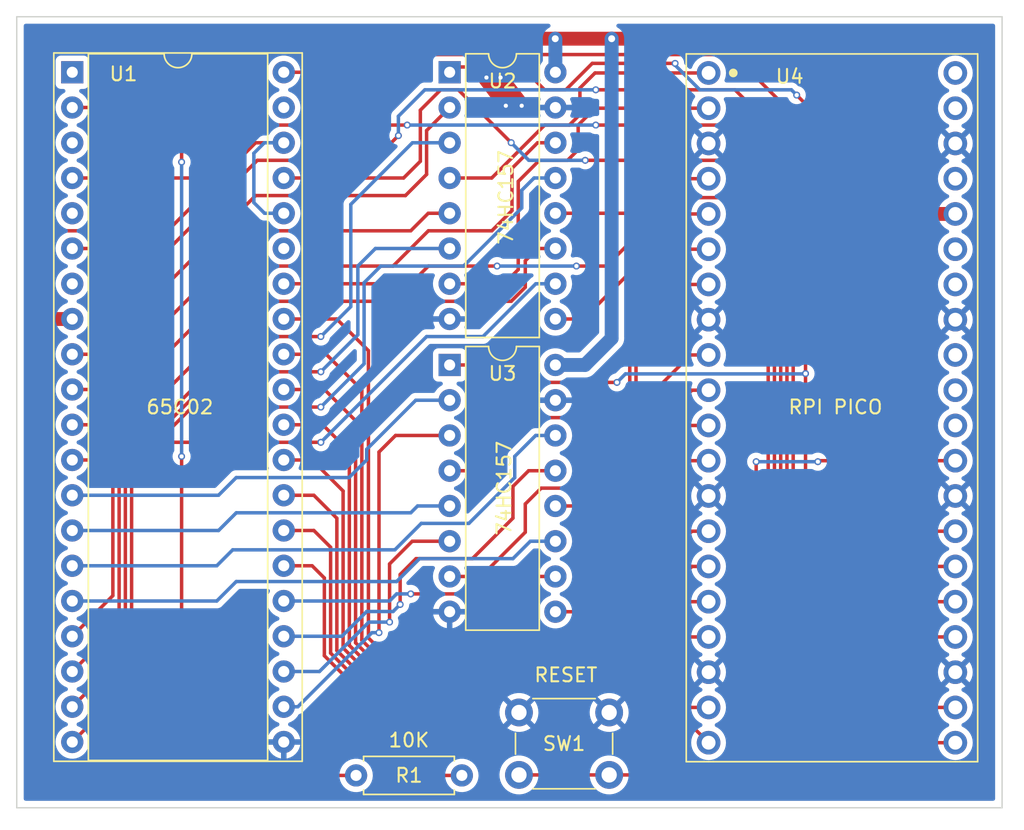
<source format=kicad_pcb>
(kicad_pcb (version 20211014) (generator pcbnew)
  (layers (0 "F.Cu" signal) (31 "B.Cu" signal) (34 "B.Paste" user) (35 "F.Paste" user) (36 "B.SilkS" user "B.Silkscreen") (37 "F.SilkS" user "F.Silkscreen") (38 "B.Mask" user) (39 "F.Mask" user) (44 "Edge.Cuts" user))
  (net 0 "")
  (net 1 "Net-(R1-Pad1)")
  (net 2 "+3V3")
  (net 3 "GND")
  (net 6 "/~{IRQ}")
  (net 8 "/~{NMI}")
  (net 10 "Net-(U1-Pad9)")
  (net 11 "Net-(U1-Pad10)")
  (net 12 "Net-(U1-Pad13)")
  (net 13 "Net-(U1-Pad14)")
  (net 14 "Net-(U1-Pad17)")
  (net 15 "Net-(U1-Pad18)")
  (net 16 "Net-(U1-Pad22)")
  (net 17 "Net-(U1-Pad23)")
  (net 18 "Net-(U1-Pad24)")
  (net 19 "Net-(U1-Pad26)")
  (net 20 "Net-(U1-Pad27)")
  (net 21 "Net-(U1-Pad28)")
  (net 22 "Net-(U1-Pad29)")
  (net 23 "Net-(U1-Pad30)")
  (net 24 "Net-(U1-Pad31)")
  (net 25 "Net-(U1-Pad32)")
  (net 26 "Net-(U1-Pad33)")
  (net 27 "/R{slash}W")
  (net 29 "/CLK")
  (net 31 "/~{RST}")
  (net 32 "Net-(U2-Pad4)")
  (net 33 "Net-(U2-Pad7)")
  (net 34 "Net-(U2-Pad9)")
  (net 35 "Net-(U2-Pad12)")
  (net 36 "Net-(U3-Pad4)")
  (net 37 "Net-(U3-Pad7)")
  (net 38 "Net-(U3-Pad9)")
  (net 39 "Net-(U3-Pad12)")
  (net 48 "Net-(U2-Pad14)")
  (net 49 "Net-(U2-Pad11)")
  (net 50 "Net-(U3-Pad14)")
  (net 51 "Net-(U3-Pad11)")
  (net 52 "Net-(U2-Pad13)")
  (net 53 "Net-(U2-Pad10)")
  (net 54 "Net-(U3-Pad10)")
  (net 55 "Net-(U4-Pad29)")
  (net 56 "/AS")
  (footprint "Resistor_THT:R_Axial_DIN0207_L6.3mm_D2.5mm_P7.62mm_Horizontal" (layer "F.Cu") (at 52.324 91.567)
    (fp_text reference "R1" (at 3.81 0) (layer "F.SilkS"))
    (fp_text value "10k")
    (pad "1" thru_hole circle (at 0 0) (size 1.6 1.6) (drill 0.8) (layers *.Cu *.Mask) (net 1 "Net-(R1-Pad1)"))
    (pad "2" thru_hole oval (at 7.62 0) (size 1.6 1.6) (drill 0.8) (layers *.Cu *.Mask) (net 2 "+3V3"))
  )
  (footprint "Package_DIP:DIP-16_W7.62mm" (layer "F.Cu") (at 59.065 61.991)
    (fp_text reference "U3" (at 3.81 0.62) (layer "F.SilkS"))
    (fp_text value "74LS157")
    (pad "1" thru_hole rect locked (at 0 0) (size 1.6 1.6) (drill 0.8) (layers *.Cu *.Mask) (net 56 "/AS"))
    (pad "2" thru_hole oval locked (at 0 2.54) (size 1.6 1.6) (drill 0.8) (layers *.Cu *.Mask) (net 12 "Net-(U1-Pad13)"))
    (pad "3" thru_hole oval locked (at 0 5.08) (size 1.6 1.6) (drill 0.8) (layers *.Cu *.Mask) (net 16 "Net-(U1-Pad22)"))
    (pad "4" thru_hole oval locked (at 0 7.62) (size 1.6 1.6) (drill 0.8) (layers *.Cu *.Mask) (net 36 "Net-(U3-Pad4)"))
    (pad "5" thru_hole oval locked (at 0 10.16) (size 1.6 1.6) (drill 0.8) (layers *.Cu *.Mask) (net 13 "Net-(U1-Pad14)"))
    (pad "6" thru_hole oval locked (at 0 12.7) (size 1.6 1.6) (drill 0.8) (layers *.Cu *.Mask) (net 17 "Net-(U1-Pad23)"))
    (pad "7" thru_hole oval locked (at 0 15.24) (size 1.6 1.6) (drill 0.8) (layers *.Cu *.Mask) (net 37 "Net-(U3-Pad7)"))
    (pad "8" thru_hole oval locked (at 0 17.78) (size 1.6 1.6) (drill 0.8) (layers *.Cu *.Mask) (net 3 "GND"))
    (pad "9" thru_hole oval locked (at 7.62 17.78) (size 1.6 1.6) (drill 0.8) (layers *.Cu *.Mask) (net 38 "Net-(U3-Pad9)"))
    (pad "10" thru_hole oval locked (at 7.62 15.24) (size 1.6 1.6) (drill 0.8) (layers *.Cu *.Mask) (net 54 "Net-(U3-Pad10)"))
    (pad "11" thru_hole oval locked (at 7.62 12.7) (size 1.6 1.6) (drill 0.8) (layers *.Cu *.Mask) (net 51 "Net-(U3-Pad11)"))
    (pad "12" thru_hole oval locked (at 7.62 10.16) (size 1.6 1.6) (drill 0.8) (layers *.Cu *.Mask) (net 39 "Net-(U3-Pad12)"))
    (pad "13" thru_hole oval locked (at 7.62 7.62) (size 1.6 1.6) (drill 0.8) (layers *.Cu *.Mask) (net 18 "Net-(U1-Pad24)"))
    (pad "14" thru_hole oval locked (at 7.62 5.08) (size 1.6 1.6) (drill 0.8) (layers *.Cu *.Mask) (net 50 "Net-(U3-Pad14)"))
    (pad "15" thru_hole oval locked (at 7.62 2.54) (size 1.6 1.6) (drill 0.8) (layers *.Cu *.Mask) (net 3 "GND"))
    (pad "16" thru_hole oval locked (at 7.62 0) (size 1.6 1.6) (drill 0.8) (layers *.Cu *.Mask) (net 2 "+3V3"))
  )
  (footprint "Package_DIP:DIP-40_W15.24mm_Socket" (layer "F.Cu") (at 31.872 40.899)
    (fp_text reference "U1" (at 3.688 0.122) (layer "F.SilkS"))
    (fp_text value "65C02")
    (pad "1" thru_hole rect locked (at 0 0) (size 1.6 1.6) (drill 0.8) (layers *.Cu *.Mask))
    (pad "2" thru_hole oval locked (at 0 2.54) (size 1.6 1.6) (drill 0.8) (layers *.Cu *.Mask) (net 1 "Net-(R1-Pad1)"))
    (pad "3" thru_hole oval locked (at 0 5.08) (size 1.6 1.6) (drill 0.8) (layers *.Cu *.Mask))
    (pad "4" thru_hole oval locked (at 0 7.62) (size 1.6 1.6) (drill 0.8) (layers *.Cu *.Mask) (net 6 "/~{IRQ}"))
    (pad "5" thru_hole oval locked (at 0 10.16) (size 1.6 1.6) (drill 0.8) (layers *.Cu *.Mask))
    (pad "6" thru_hole oval locked (at 0 12.7) (size 1.6 1.6) (drill 0.8) (layers *.Cu *.Mask) (net 8 "/~{NMI}"))
    (pad "7" thru_hole oval locked (at 0 15.24) (size 1.6 1.6) (drill 0.8) (layers *.Cu *.Mask))
    (pad "8" thru_hole oval locked (at 0 17.78) (size 1.6 1.6) (drill 0.8) (layers *.Cu *.Mask) (net 2 "+3V3"))
    (pad "9" thru_hole oval locked (at 0 20.32) (size 1.6 1.6) (drill 0.8) (layers *.Cu *.Mask) (net 10 "Net-(U1-Pad9)"))
    (pad "10" thru_hole oval locked (at 0 22.86) (size 1.6 1.6) (drill 0.8) (layers *.Cu *.Mask) (net 11 "Net-(U1-Pad10)"))
    (pad "11" thru_hole oval locked (at 0 25.4) (size 1.6 1.6) (drill 0.8) (layers *.Cu *.Mask) (net 48 "Net-(U2-Pad14)"))
    (pad "12" thru_hole oval locked (at 0 27.94) (size 1.6 1.6) (drill 0.8) (layers *.Cu *.Mask) (net 49 "Net-(U2-Pad11)"))
    (pad "13" thru_hole oval locked (at 0 30.48) (size 1.6 1.6) (drill 0.8) (layers *.Cu *.Mask) (net 12 "Net-(U1-Pad13)"))
    (pad "14" thru_hole oval locked (at 0 33.02) (size 1.6 1.6) (drill 0.8) (layers *.Cu *.Mask) (net 13 "Net-(U1-Pad14)"))
    (pad "15" thru_hole oval locked (at 0 35.56) (size 1.6 1.6) (drill 0.8) (layers *.Cu *.Mask) (net 50 "Net-(U3-Pad14)"))
    (pad "16" thru_hole oval locked (at 0 38.1) (size 1.6 1.6) (drill 0.8) (layers *.Cu *.Mask) (net 51 "Net-(U3-Pad11)"))
    (pad "17" thru_hole oval locked (at 0 40.64) (size 1.6 1.6) (drill 0.8) (layers *.Cu *.Mask) (net 14 "Net-(U1-Pad17)"))
    (pad "18" thru_hole oval locked (at 0 43.18) (size 1.6 1.6) (drill 0.8) (layers *.Cu *.Mask) (net 15 "Net-(U1-Pad18)"))
    (pad "19" thru_hole oval locked (at 0 45.72) (size 1.6 1.6) (drill 0.8) (layers *.Cu *.Mask) (net 52 "Net-(U2-Pad13)"))
    (pad "20" thru_hole oval locked (at 0 48.26) (size 1.6 1.6) (drill 0.8) (layers *.Cu *.Mask) (net 53 "Net-(U2-Pad10)"))
    (pad "21" thru_hole oval locked (at 15.24 48.26) (size 1.6 1.6) (drill 0.8) (layers *.Cu *.Mask) (net 3 "GND"))
    (pad "22" thru_hole oval locked (at 15.24 45.72) (size 1.6 1.6) (drill 0.8) (layers *.Cu *.Mask) (net 16 "Net-(U1-Pad22)"))
    (pad "23" thru_hole oval locked (at 15.24 43.18) (size 1.6 1.6) (drill 0.8) (layers *.Cu *.Mask) (net 17 "Net-(U1-Pad23)"))
    (pad "24" thru_hole oval locked (at 15.24 40.64) (size 1.6 1.6) (drill 0.8) (layers *.Cu *.Mask) (net 18 "Net-(U1-Pad24)"))
    (pad "25" thru_hole oval locked (at 15.24 38.1) (size 1.6 1.6) (drill 0.8) (layers *.Cu *.Mask) (net 54 "Net-(U3-Pad10)"))
    (pad "26" thru_hole oval locked (at 15.24 35.56) (size 1.6 1.6) (drill 0.8) (layers *.Cu *.Mask) (net 19 "Net-(U1-Pad26)"))
    (pad "27" thru_hole oval locked (at 15.24 33.02) (size 1.6 1.6) (drill 0.8) (layers *.Cu *.Mask) (net 20 "Net-(U1-Pad27)"))
    (pad "28" thru_hole oval locked (at 15.24 30.48) (size 1.6 1.6) (drill 0.8) (layers *.Cu *.Mask) (net 21 "Net-(U1-Pad28)"))
    (pad "29" thru_hole oval locked (at 15.24 27.94) (size 1.6 1.6) (drill 0.8) (layers *.Cu *.Mask) (net 22 "Net-(U1-Pad29)"))
    (pad "30" thru_hole oval locked (at 15.24 25.4) (size 1.6 1.6) (drill 0.8) (layers *.Cu *.Mask) (net 23 "Net-(U1-Pad30)"))
    (pad "31" thru_hole oval locked (at 15.24 22.86) (size 1.6 1.6) (drill 0.8) (layers *.Cu *.Mask) (net 24 "Net-(U1-Pad31)"))
    (pad "32" thru_hole oval locked (at 15.24 20.32) (size 1.6 1.6) (drill 0.8) (layers *.Cu *.Mask) (net 25 "Net-(U1-Pad32)"))
    (pad "33" thru_hole oval locked (at 15.24 17.78) (size 1.6 1.6) (drill 0.8) (layers *.Cu *.Mask) (net 26 "Net-(U1-Pad33)"))
    (pad "34" thru_hole oval locked (at 15.24 15.24) (size 1.6 1.6) (drill 0.8) (layers *.Cu *.Mask) (net 27 "/R{slash}W"))
    (pad "35" thru_hole oval locked (at 15.24 12.7) (size 1.6 1.6) (drill 0.8) (layers *.Cu *.Mask))
    (pad "36" thru_hole oval locked (at 15.24 10.16) (size 1.6 1.6) (drill 0.8) (layers *.Cu *.Mask) (net 2 "+3V3"))
    (pad "37" thru_hole oval locked (at 15.24 7.62) (size 1.6 1.6) (drill 0.8) (layers *.Cu *.Mask) (net 29 "/CLK"))
    (pad "38" thru_hole oval locked (at 15.24 5.08) (size 1.6 1.6) (drill 0.8) (layers *.Cu *.Mask) (net 2 "+3V3"))
    (pad "39" thru_hole oval locked (at 15.24 2.54) (size 1.6 1.6) (drill 0.8) (layers *.Cu *.Mask))
    (pad "40" thru_hole oval locked (at 15.24 0) (size 1.6 1.6) (drill 0.8) (layers *.Cu *.Mask) (net 31 "/~{RST}"))
  )
  (footprint "Package_DIP:DIP-16_W7.62mm" (layer "F.Cu") (at 59.065 40.899)
    (fp_text reference "U2" (at 3.81 0.635) (layer "F.SilkS"))
    (fp_text value "74LS157")
    (pad "1" thru_hole rect locked (at 0 0) (size 1.6 1.6) (drill 0.8) (layers *.Cu *.Mask) (net 56 "/AS"))
    (pad "2" thru_hole oval locked (at 0 2.54) (size 1.6 1.6) (drill 0.8) (layers *.Cu *.Mask) (net 10 "Net-(U1-Pad9)"))
    (pad "3" thru_hole oval locked (at 0 5.08) (size 1.6 1.6) (drill 0.8) (layers *.Cu *.Mask) (net 14 "Net-(U1-Pad17)"))
    (pad "4" thru_hole oval locked (at 0 7.62) (size 1.6 1.6) (drill 0.8) (layers *.Cu *.Mask) (net 32 "Net-(U2-Pad4)"))
    (pad "5" thru_hole oval locked (at 0 10.16) (size 1.6 1.6) (drill 0.8) (layers *.Cu *.Mask) (net 11 "Net-(U1-Pad10)"))
    (pad "6" thru_hole oval locked (at 0 12.7) (size 1.6 1.6) (drill 0.8) (layers *.Cu *.Mask) (net 15 "Net-(U1-Pad18)"))
    (pad "7" thru_hole oval locked (at 0 15.24) (size 1.6 1.6) (drill 0.8) (layers *.Cu *.Mask) (net 33 "Net-(U2-Pad7)"))
    (pad "8" thru_hole oval locked (at 0 17.78) (size 1.6 1.6) (drill 0.8) (layers *.Cu *.Mask) (net 3 "GND"))
    (pad "9" thru_hole oval locked (at 7.62 17.78) (size 1.6 1.6) (drill 0.8) (layers *.Cu *.Mask) (net 34 "Net-(U2-Pad9)"))
    (pad "10" thru_hole oval locked (at 7.62 15.24) (size 1.6 1.6) (drill 0.8) (layers *.Cu *.Mask) (net 53 "Net-(U2-Pad10)"))
    (pad "11" thru_hole oval locked (at 7.62 12.7) (size 1.6 1.6) (drill 0.8) (layers *.Cu *.Mask) (net 49 "Net-(U2-Pad11)"))
    (pad "12" thru_hole oval locked (at 7.62 10.16) (size 1.6 1.6) (drill 0.8) (layers *.Cu *.Mask) (net 35 "Net-(U2-Pad12)"))
    (pad "13" thru_hole oval locked (at 7.62 7.62) (size 1.6 1.6) (drill 0.8) (layers *.Cu *.Mask) (net 52 "Net-(U2-Pad13)"))
    (pad "14" thru_hole oval locked (at 7.62 5.08) (size 1.6 1.6) (drill 0.8) (layers *.Cu *.Mask) (net 48 "Net-(U2-Pad14)"))
    (pad "15" thru_hole oval locked (at 7.62 2.54) (size 1.6 1.6) (drill 0.8) (layers *.Cu *.Mask) (net 3 "GND"))
    (pad "16" thru_hole oval locked (at 7.62 0) (size 1.6 1.6) (drill 0.8) (layers *.Cu *.Mask) (net 2 "+3V3"))
  )
  (footprint "Button_Switch_THT:SW_PUSH_6mm_H5mm" (layer "F.Cu") (at 64.06 87.031)
    (fp_text reference "SW1" (at 3.25 2.25) (layer "F.SilkS"))
    (fp_text value "SW_Push")
    (pad "1" thru_hole circle (at 6.5 0 90) (size 2 2) (drill 1.1) (layers *.Cu *.Mask) (net 3 "GND"))
    (pad "1" thru_hole circle (at 0 0 90) (size 2 2) (drill 1.1) (layers *.Cu *.Mask) (net 3 "GND"))
    (pad "2" thru_hole circle (at 6.5 4.5 90) (size 2 2) (drill 1.1) (layers *.Cu *.Mask) (net 55 "Net-(U4-Pad29)"))
    (pad "2" thru_hole circle (at 0 4.5 90) (size 2 2) (drill 1.1) (layers *.Cu *.Mask) (net 55 "Net-(U4-Pad29)"))
  )
  (footprint "pi_pico:pi_pico" (layer "F.Cu") (at 77.724 40.949)
    (fp_text reference "U4" (at 5.842 0.254 unlocked) (layer "F.SilkS"))
    (fp_text value "pi_pico")
    (pad "1" thru_hole circle locked (at 0 0) (size 1.7 1.7) (drill 1) (layers *.Cu *.Mask) (net 32 "Net-(U2-Pad4)"))
    (pad "2" thru_hole circle locked (at 0 2.54) (size 1.7 1.7) (drill 1) (layers *.Cu *.Mask) (net 33 "Net-(U2-Pad7)"))
    (pad "3" thru_hole circle locked (at 0 5.08) (size 1.7 1.7) (drill 1) (layers *.Cu *.Mask) (net 3 "GND"))
    (pad "4" thru_hole circle locked (at 0 7.62) (size 1.7 1.7) (drill 1) (layers *.Cu *.Mask) (net 35 "Net-(U2-Pad12)"))
    (pad "5" thru_hole circle locked (at 0 10.16) (size 1.7 1.7) (drill 1) (layers *.Cu *.Mask) (net 34 "Net-(U2-Pad9)"))
    (pad "6" thru_hole circle locked (at 0 12.7) (size 1.7 1.7) (drill 1) (layers *.Cu *.Mask) (net 36 "Net-(U3-Pad4)"))
    (pad "7" thru_hole circle locked (at 0 15.24) (size 1.7 1.7) (drill 1) (layers *.Cu *.Mask) (net 37 "Net-(U3-Pad7)"))
    (pad "8" thru_hole circle locked (at 0 17.78) (size 1.7 1.7) (drill 1) (layers *.Cu *.Mask) (net 3 "GND"))
    (pad "9" thru_hole circle locked (at 0 20.32) (size 1.7 1.7) (drill 1) (layers *.Cu *.Mask) (net 39 "Net-(U3-Pad12)"))
    (pad "10" thru_hole circle locked (at 0 22.86) (size 1.7 1.7) (drill 1) (layers *.Cu *.Mask) (net 38 "Net-(U3-Pad9)"))
    (pad "11" thru_hole circle locked (at 0 25.4) (size 1.7 1.7) (drill 1) (layers *.Cu *.Mask) (net 26 "Net-(U1-Pad33)"))
    (pad "12" thru_hole circle locked (at 0 27.94) (size 1.7 1.7) (drill 1) (layers *.Cu *.Mask) (net 25 "Net-(U1-Pad32)"))
    (pad "13" thru_hole circle locked (at 0 30.48) (size 1.7 1.7) (drill 1) (layers *.Cu *.Mask) (net 3 "GND"))
    (pad "14" thru_hole circle locked (at 0 33.02) (size 1.7 1.7) (drill 1) (layers *.Cu *.Mask) (net 24 "Net-(U1-Pad31)"))
    (pad "15" thru_hole circle locked (at 0 35.56) (size 1.7 1.7) (drill 1) (layers *.Cu *.Mask) (net 23 "Net-(U1-Pad30)"))
    (pad "16" thru_hole circle locked (at 0 38.1) (size 1.7 1.7) (drill 1) (layers *.Cu *.Mask) (net 22 "Net-(U1-Pad29)"))
    (pad "17" thru_hole circle locked (at 0 40.64) (size 1.7 1.7) (drill 1) (layers *.Cu *.Mask) (net 21 "Net-(U1-Pad28)"))
    (pad "18" thru_hole circle locked (at 0 43.18) (size 1.7 1.7) (drill 1) (layers *.Cu *.Mask) (net 3 "GND"))
    (pad "19" thru_hole circle locked (at 0 45.72) (size 1.7 1.7) (drill 1) (layers *.Cu *.Mask) (net 20 "Net-(U1-Pad27)"))
    (pad "20" thru_hole circle locked (at 0 48.26) (size 1.7 1.7) (drill 1) (layers *.Cu *.Mask) (net 19 "Net-(U1-Pad26)"))
    (pad "21" thru_hole circle locked (at 17.78 48.26) (size 1.7 1.7) (drill 1) (layers *.Cu *.Mask) (net 27 "/R{slash}W"))
    (pad "22" thru_hole circle locked (at 17.78 45.72) (size 1.7 1.7) (drill 1) (layers *.Cu *.Mask) (net 29 "/CLK"))
    (pad "23" thru_hole circle locked (at 17.78 43.18) (size 1.7 1.7) (drill 1) (layers *.Cu *.Mask) (net 3 "GND"))
    (pad "24" thru_hole circle locked (at 17.78 40.64) (size 1.7 1.7) (drill 1) (layers *.Cu *.Mask) (net 6 "/~{IRQ}"))
    (pad "25" thru_hole circle locked (at 17.78 38.1) (size 1.7 1.7) (drill 1) (layers *.Cu *.Mask) (net 8 "/~{NMI}"))
    (pad "26" thru_hole circle locked (at 17.78 35.56) (size 1.7 1.7) (drill 1) (layers *.Cu *.Mask) (net 31 "/~{RST}"))
    (pad "27" thru_hole circle locked (at 17.78 33.02) (size 1.7 1.7) (drill 1) (layers *.Cu *.Mask) (net 56 "/AS"))
    (pad "28" thru_hole circle locked (at 17.78 30.48) (size 1.7 1.7) (drill 1) (layers *.Cu *.Mask) (net 3 "GND"))
    (pad "29" thru_hole circle locked (at 17.78 27.94) (size 1.7 1.7) (drill 1) (layers *.Cu *.Mask) (net 55 "Net-(U4-Pad29)"))
    (pad "30" thru_hole circle locked (at 17.78 25.4) (size 1.7 1.7) (drill 1) (layers *.Cu *.Mask))
    (pad "31" thru_hole circle locked (at 17.78 22.86) (size 1.7 1.7) (drill 1) (layers *.Cu *.Mask))
    (pad "32" thru_hole circle locked (at 17.78 20.32) (size 1.7 1.7) (drill 1) (layers *.Cu *.Mask))
    (pad "33" thru_hole circle locked (at 17.78 17.78) (size 1.7 1.7) (drill 1) (layers *.Cu *.Mask) (net 3 "GND"))
    (pad "34" thru_hole circle locked (at 17.78 15.24) (size 1.7 1.7) (drill 1) (layers *.Cu *.Mask))
    (pad "35" thru_hole circle locked (at 17.78 12.7) (size 1.7 1.7) (drill 1) (layers *.Cu *.Mask))
    (pad "36" thru_hole circle locked (at 17.78 10.16) (size 1.7 1.7) (drill 1) (layers *.Cu *.Mask) (net 2 "+3V3"))
    (pad "37" thru_hole circle locked (at 17.78 7.62) (size 1.7 1.7) (drill 1) (layers *.Cu *.Mask))
    (pad "38" thru_hole circle locked (at 17.78 5.08) (size 1.7 1.7) (drill 1) (layers *.Cu *.Mask) (net 3 "GND"))
    (pad "39" thru_hole circle locked (at 17.78 2.54) (size 1.7 1.7) (drill 1) (layers *.Cu *.Mask))
    (pad "40" thru_hole circle locked (at 17.78 0) (size 1.7 1.7) (drill 1) (layers *.Cu *.Mask))
  )
  (gr_line (start 98.872 93.899) (end 27.872 93.899) (layer "Edge.Cuts") (width 0.1))
  (gr_line (start 27.872 36.899) (end 98.872 36.899) (layer "Edge.Cuts") (width 0.1))
  (gr_line (start 98.872 36.899) (end 98.872 93.899) (layer "Edge.Cuts") (width 0.1))
  (gr_line (start 27.872 93.899) (end 27.872 36.899) (layer "Edge.Cuts") (width 0.1))
  (gr_text "65C02" (at 39.624 65.024) (layer "F.SilkS") (effects (font (size 1 1))))
  (gr_text "RESET" (at 67.437 84.328) (layer "F.SilkS") (effects (font (size 1 1))))
  (gr_text "74HC157" (at 62.992 70.866 90) (layer "F.SilkS") (effects (font (size 1 1))))
  (gr_text "RPI PICO" (at 86.868 65.024) (layer "F.SilkS") (effects (font (size 1 1))))
  (gr_text "10K" (at 56.134 89.027) (layer "F.SilkS") (effects (font (size 1 1))))
  (gr_text "74HC157" (at 63.119 49.911 90) (layer "F.SilkS") (effects (font (size 1 1))))
  (segment (start 39.751 86.233) (end 45.085 91.567) (width 0.25) (layer "F.Cu") (net 1))
  (segment (start 45.085 91.567) (end 52.324 91.567) (width 0.25) (layer "F.Cu") (net 1))
  (segment (start 31.872 43.439) (end 37.47 43.439) (width 0.25) (layer "F.Cu") (net 1))
  (segment (start 39.751 68.58) (end 39.751 86.233) (width 0.25) (layer "F.Cu") (net 1))
  (segment (start 37.47 43.439) (end 39.751 45.72) (width 0.25) (layer "F.Cu") (net 1))
  (segment (start 39.751 45.72) (end 39.751 47.371) (width 0.25) (layer "F.Cu") (net 1))
  (via (at 39.751 68.58) (size 0.5) (drill 0.3) (layers "F.Cu" "B.Cu") (net 1))
  (via (at 39.751 47.371) (size 0.5) (drill 0.3) (layers "F.Cu" "B.Cu") (net 1))
  (segment (start 39.751 68.58) (end 39.751 47.371) (width 0.25) (layer "B.Cu") (net 1))
  (segment (start 59.944 91.567) (end 57.023 91.567) (width 0.25) (layer "F.Cu") (net 2))
  (segment (start 30.226 38.481) (end 29.591 39.116) (width 1) (layer "F.Cu") (net 2))
  (segment (start 47.112 45.979) (end 45.08 45.979) (width 0.25) (layer "F.Cu") (net 2))
  (segment (start 29.591 90.678) (end 29.591 58.039) (width 0.25) (layer "F.Cu") (net 2))
  (segment (start 86.995 40.894) (end 84.582 38.481) (width 1) (layer "F.Cu") (net 2))
  (segment (start 92.13 51.109) (end 86.995 45.974) (width 1) (layer "F.Cu") (net 2))
  (segment (start 45.08 45.979) (end 38.735 52.324) (width 0.25) (layer "F.Cu") (net 2))
  (segment (start 30.231 58.679) (end 31.872 58.679) (width 1) (layer "F.Cu") (net 2))
  (segment (start 38.735 52.324) (end 29.591 52.324) (width 0.25) (layer "F.Cu") (net 2))
  (segment (start 55.626 92.964) (end 31.877 92.964) (width 0.25) (layer "F.Cu") (net 2))
  (segment (start 31.877 92.964) (end 29.591 90.678) (width 0.25) (layer "F.Cu") (net 2))
  (segment (start 29.591 58.039) (end 30.231 58.679) (width 1) (layer "F.Cu") (net 2))
  (segment (start 57.023 91.567) (end 55.626 92.964) (width 0.25) (layer "F.Cu") (net 2))
  (segment (start 95.504 51.109) (end 92.13 51.109) (width 1) (layer "F.Cu") (net 2))
  (segment (start 86.995 45.974) (end 86.995 40.894) (width 1) (layer "F.Cu") (net 2))
  (segment (start 29.591 39.116) (end 29.591 52.324) (width 1) (layer "F.Cu") (net 2))
  (segment (start 84.582 38.481) (end 70.739 38.481) (width 1) (layer "F.Cu") (net 2))
  (segment (start 29.591 52.324) (end 29.591 58.039) (width 1) (layer "F.Cu") (net 2))
  (segment (start 70.739 38.481) (end 30.226 38.481) (width 1) (layer "F.Cu") (net 2))
  (via (at 70.739 38.481) (size 1) (drill 0.5) (layers "F.Cu" "B.Cu") (net 2))
  (via (at 66.675 38.481) (size 1) (drill 0.5) (layers "F.Cu" "B.Cu") (net 2))
  (segment (start 70.739 60.071) (end 68.819 61.991) (width 1) (layer "B.Cu") (net 2))
  (segment (start 44.958 46.736) (end 44.958 50.292) (width 0.25) (layer "B.Cu") (net 2))
  (segment (start 47.112 45.979) (end 45.715 45.979) (width 0.25) (layer "B.Cu") (net 2))
  (segment (start 45.715 45.979) (end 44.958 46.736) (width 0.25) (layer "B.Cu") (net 2))
  (segment (start 70.739 38.481) (end 70.739 60.071) (width 1) (layer "B.Cu") (net 2))
  (segment (start 66.685 38.491) (end 66.675 38.481) (width 0.25) (layer "B.Cu") (net 2))
  (segment (start 44.958 50.292) (end 45.725 51.059) (width 0.25) (layer "B.Cu") (net 2))
  (segment (start 45.725 51.059) (end 47.112 51.059) (width 0.25) (layer "B.Cu") (net 2))
  (segment (start 66.685 40.899) (end 66.685 38.491) (width 1) (layer "B.Cu") (net 2))
  (segment (start 68.819 61.991) (end 66.685 61.991) (width 1) (layer "B.Cu") (net 2))
  (via (at 64.257 43.312) (size 0.5) (drill 0.3) (layers "F.Cu" "B.Cu") (net 3))
  (via (at 62.733 41.28) (size 0.5) (drill 0.3) (layers "F.Cu" "B.Cu") (net 3))
  (via (at 61.717 41.28) (size 0.5) (drill 0.3) (layers "F.Cu" "B.Cu") (net 3))
  (via (at 63.114 43.312) (size 0.5) (drill 0.3) (layers "F.Cu" "B.Cu") (net 3))
  (segment (start 44.831 44.704) (end 41.016 48.519) (width 0.25) (layer "F.Cu") (net 6))
  (segment (start 69.596 44.704) (end 79.883 44.704) (width 0.25) (layer "F.Cu") (net 6))
  (segment (start 82.92 78.602) (end 85.907 81.589) (width 0.25) (layer "F.Cu") (net 6))
  (segment (start 41.016 48.519) (end 31.872 48.519) (width 0.25) (layer "F.Cu") (net 6))
  (segment (start 56.007 44.704) (end 44.831 44.704) (width 0.25) (layer "F.Cu") (net 6))
  (segment (start 79.883 44.704) (end 82.92 47.741) (width 0.25) (layer "F.Cu") (net 6))
  (segment (start 82.92 47.741) (end 82.92 78.602) (width 0.25) (layer "F.Cu") (net 6))
  (segment (start 85.907 81.589) (end 95.504 81.589) (width 0.25) (layer "F.Cu") (net 6))
  (via (at 69.596 44.704) (size 0.5) (drill 0.3) (layers "F.Cu" "B.Cu") (net 6))
  (via (at 56.007 44.704) (size 0.5) (drill 0.3) (layers "F.Cu" "B.Cu") (net 6))
  (segment (start 56.007 44.704) (end 69.596 44.704) (width 0.25) (layer "B.Cu") (net 6))
  (segment (start 45.212 47.244) (end 38.857 53.599) (width 0.25) (layer "F.Cu") (net 8))
  (segment (start 83.37 45.905) (end 83.37 76.512) (width 0.25) (layer "F.Cu") (net 8))
  (segment (start 38.857 53.599) (end 31.872 53.599) (width 0.25) (layer "F.Cu") (net 8))
  (segment (start 69.596 42.164) (end 79.629 42.164) (width 0.25) (layer "F.Cu") (net 8))
  (segment (start 53.594 47.244) (end 45.212 47.244) (width 0.25) (layer "F.Cu") (net 8))
  (segment (start 85.907 79.049) (end 95.504 79.049) (width 0.25) (layer "F.Cu") (net 8))
  (segment (start 79.629 42.164) (end 83.37 45.905) (width 0.25) (layer "F.Cu") (net 8))
  (segment (start 83.37 76.512) (end 85.907 79.049) (width 0.25) (layer "F.Cu") (net 8))
  (segment (start 55.372 45.466) (end 53.594 47.244) (width 0.25) (layer "F.Cu") (net 8))
  (via (at 55.372 45.466) (size 0.5) (drill 0.3) (layers "F.Cu" "B.Cu") (net 8))
  (via (at 69.596 42.164) (size 0.5) (drill 0.3) (layers "F.Cu" "B.Cu") (net 8))
  (segment (start 55.372 45.466) (end 55.372 44.069) (width 0.25) (layer "B.Cu") (net 8))
  (segment (start 57.277 42.164) (end 69.596 42.164) (width 0.25) (layer "B.Cu") (net 8))
  (segment (start 55.372 44.069) (end 57.277 42.164) (width 0.25) (layer "B.Cu") (net 8))
  (segment (start 59.065 43.439) (end 57.404 45.1) (width 0.25) (layer "F.Cu") (net 10))
  (segment (start 57.404 45.1) (end 57.404 48.26) (width 0.25) (layer "F.Cu") (net 10))
  (segment (start 57.404 48.26) (end 55.88 49.784) (width 0.25) (layer "F.Cu") (net 10))
  (segment (start 45.085 49.784) (end 33.65 61.219) (width 0.25) (layer "F.Cu") (net 10))
  (segment (start 33.65 61.219) (end 31.872 61.219) (width 0.25) (layer "F.Cu") (net 10))
  (segment (start 55.88 49.784) (end 45.085 49.784) (width 0.25) (layer "F.Cu") (net 10))
  (segment (start 57.526 51.059) (end 59.065 51.059) (width 0.25) (layer "F.Cu") (net 11))
  (segment (start 45.1485 52.324) (end 56.261 52.324) (width 0.25) (layer "F.Cu") (net 11))
  (segment (start 56.261 52.324) (end 57.526 51.059) (width 0.25) (layer "F.Cu") (net 11))
  (segment (start 31.872 63.759) (end 33.7135 63.759) (width 0.25) (layer "F.Cu") (net 11))
  (segment (start 33.7135 63.759) (end 45.1485 52.324) (width 0.25) (layer "F.Cu") (net 11))
  (segment (start 53.086 68.072) (end 56.627 64.531) (width 0.25) (layer "B.Cu") (net 12))
  (segment (start 51.816 70.104) (end 53.086 68.834) (width 0.25) (layer "B.Cu") (net 12))
  (segment (start 42.413 71.379) (end 43.688 70.104) (width 0.25) (layer "B.Cu") (net 12))
  (segment (start 53.086 68.834) (end 53.086 68.072) (width 0.25) (layer "B.Cu") (net 12))
  (segment (start 43.688 70.104) (end 51.816 70.104) (width 0.25) (layer "B.Cu") (net 12))
  (segment (start 31.872 71.379) (end 42.413 71.379) (width 0.25) (layer "B.Cu") (net 12))
  (segment (start 56.627 64.531) (end 59.065 64.531) (width 0.25) (layer "B.Cu") (net 12))
  (segment (start 43.688 72.644) (end 56.261 72.644) (width 0.25) (layer "B.Cu") (net 13))
  (segment (start 42.413 73.919) (end 43.688 72.644) (width 0.25) (layer "B.Cu") (net 13))
  (segment (start 56.261 72.644) (end 56.754 72.151) (width 0.25) (layer "B.Cu") (net 13))
  (segment (start 31.872 73.919) (end 42.413 73.919) (width 0.25) (layer "B.Cu") (net 13))
  (segment (start 56.754 72.151) (end 59.065 72.151) (width 0.25) (layer "B.Cu") (net 13))
  (segment (start 31.872 81.539) (end 34.798 78.613) (width 0.25) (layer "F.Cu") (net 14))
  (segment (start 34.798 78.613) (end 34.798 69.469) (width 0.25) (layer "F.Cu") (net 14))
  (segment (start 44.323 59.944) (end 49.784 59.944) (width 0.25) (layer "F.Cu") (net 14))
  (segment (start 34.798 69.469) (end 44.323 59.944) (width 0.25) (layer "F.Cu") (net 14))
  (via (at 49.784 59.944) (size 0.5) (drill 0.3) (layers "F.Cu" "B.Cu") (net 14))
  (segment (start 51.943 57.785) (end 51.943 50.419) (width 0.25) (layer "B.Cu") (net 14))
  (segment (start 56.383 45.979) (end 59.065 45.979) (width 0.25) (layer "B.Cu") (net 14))
  (segment (start 51.943 50.419) (end 56.383 45.979) (width 0.25) (layer "B.Cu") (net 14))
  (segment (start 49.784 59.944) (end 51.943 57.785) (width 0.25) (layer "B.Cu") (net 14))
  (segment (start 31.872 84.079) (end 35.248 80.703) (width 0.25) (layer "F.Cu") (net 15))
  (segment (start 42.419396 62.484) (end 49.784 62.484) (width 0.25) (layer "F.Cu") (net 15))
  (segment (start 35.248 69.655396) (end 42.419396 62.484) (width 0.25) (layer "F.Cu") (net 15))
  (segment (start 35.248 80.703) (end 35.248 69.655396) (width 0.25) (layer "F.Cu") (net 15))
  (via (at 49.784 62.484) (size 0.5) (drill 0.3) (layers "F.Cu" "B.Cu") (net 15))
  (segment (start 52.451 54.864) (end 53.716 53.599) (width 0.25) (layer "B.Cu") (net 15))
  (segment (start 52.451 59.817) (end 52.451 54.864) (width 0.25) (layer "B.Cu") (net 15))
  (segment (start 49.784 62.484) (end 52.451 59.817) (width 0.25) (layer "B.Cu") (net 15))
  (segment (start 53.716 53.599) (end 59.065 53.599) (width 0.25) (layer "B.Cu") (net 15))
  (segment (start 55.1665 67.071) (end 59.065 67.071) (width 0.25) (layer "F.Cu") (net 16))
  (segment (start 53.975 81.28) (end 53.975 68.2625) (width 0.25) (layer "F.Cu") (net 16))
  (segment (start 53.975 68.2625) (end 55.1665 67.071) (width 0.25) (layer "F.Cu") (net 16))
  (via (at 53.975 81.28) (size 0.5) (drill 0.3) (layers "F.Cu" "B.Cu") (net 16))
  (segment (start 53.975 81.28) (end 53.467 81.28) (width 0.25) (layer "B.Cu") (net 16))
  (segment (start 53.467 81.28) (end 48.128 86.619) (width 0.25) (layer "B.Cu") (net 16))
  (segment (start 48.128 86.619) (end 47.112 86.619) (width 0.25) (layer "B.Cu") (net 16))
  (segment (start 56.373 74.691) (end 59.065 74.691) (width 0.25) (layer "F.Cu") (net 17))
  (segment (start 54.737 80.518) (end 54.737 76.327) (width 0.25) (layer "F.Cu") (net 17))
  (segment (start 54.737 76.327) (end 56.373 74.691) (width 0.25) (layer "F.Cu") (net 17))
  (via (at 54.737 80.518) (size 0.5) (drill 0.3) (layers "F.Cu" "B.Cu") (net 17))
  (segment (start 49.68375 84.079) (end 47.112 84.079) (width 0.25) (layer "B.Cu") (net 17))
  (segment (start 53.24475 80.518) (end 49.68375 84.079) (width 0.25) (layer "B.Cu") (net 17))
  (segment (start 54.737 80.518) (end 53.24475 80.518) (width 0.25) (layer "B.Cu") (net 17))
  (segment (start 64.755 69.611) (end 66.685 69.611) (width 0.25) (layer "F.Cu") (net 18))
  (segment (start 55.499 77.089) (end 56.642 75.946) (width 0.25) (layer "F.Cu") (net 18))
  (segment (start 56.642 75.946) (end 60.706 75.946) (width 0.25) (layer "F.Cu") (net 18))
  (segment (start 60.706 75.946) (end 63.627 73.025) (width 0.25) (layer "F.Cu") (net 18))
  (segment (start 55.499 79.248) (end 55.499 77.089) (width 0.25) (layer "F.Cu") (net 18))
  (segment (start 63.627 70.739) (end 64.755 69.611) (width 0.25) (layer "F.Cu") (net 18))
  (segment (start 63.627 73.025) (end 63.627 70.739) (width 0.25) (layer "F.Cu") (net 18))
  (via (at 55.499 79.248) (size 0.5) (drill 0.3) (layers "F.Cu" "B.Cu") (net 18))
  (segment (start 55.499 79.248) (end 54.991 79.756) (width 0.25) (layer "B.Cu") (net 18))
  (segment (start 53.086 79.756) (end 51.303 81.539) (width 0.25) (layer "B.Cu") (net 18))
  (segment (start 51.303 81.539) (end 47.112 81.539) (width 0.25) (layer "B.Cu") (net 18))
  (segment (start 54.991 79.756) (end 53.086 79.756) (width 0.25) (layer "B.Cu") (net 18))
  (segment (start 50.038 77.343) (end 49.154 76.459) (width 0.25) (layer "F.Cu") (net 19))
  (segment (start 75.634 87.119) (end 74.417604 87.119) (width 0.25) (layer "F.Cu") (net 19))
  (segment (start 77.724 89.209) (end 75.634 87.119) (width 0.25) (layer "F.Cu") (net 19))
  (segment (start 52.416228 85.319) (end 50.038 82.940772) (width 0.25) (layer "F.Cu") (net 19))
  (segment (start 74.417604 87.119) (end 72.617604 85.319) (width 0.25) (layer "F.Cu") (net 19))
  (segment (start 49.154 76.459) (end 47.112 76.459) (width 0.25) (layer "F.Cu") (net 19))
  (segment (start 50.038 82.940772) (end 50.038 77.343) (width 0.25) (layer "F.Cu") (net 19))
  (segment (start 72.617604 85.319) (end 52.416228 85.319) (width 0.25) (layer "F.Cu") (net 19))
  (segment (start 72.804 84.869) (end 74.604 86.669) (width 0.25) (layer "F.Cu") (net 20))
  (segment (start 49.281 73.919) (end 50.488 75.126) (width 0.25) (layer "F.Cu") (net 20))
  (segment (start 50.488 82.754376) (end 52.602624 84.869) (width 0.25) (layer "F.Cu") (net 20))
  (segment (start 47.112 73.919) (end 49.281 73.919) (width 0.25) (layer "F.Cu") (net 20))
  (segment (start 52.602624 84.869) (end 72.804 84.869) (width 0.25) (layer "F.Cu") (net 20))
  (segment (start 50.488 75.126) (end 50.488 82.754376) (width 0.25) (layer "F.Cu") (net 20))
  (segment (start 74.604 86.669) (end 77.724 86.669) (width 0.25) (layer "F.Cu") (net 20))
  (segment (start 75.89798 81.589) (end 77.724 81.589) (width 0.25) (layer "F.Cu") (net 21))
  (segment (start 47.112 71.379) (end 49.281 71.379) (width 0.25) (layer "F.Cu") (net 21))
  (segment (start 73.06798 84.419) (end 75.89798 81.589) (width 0.25) (layer "F.Cu") (net 21))
  (segment (start 50.938 73.036) (end 50.938 82.56798) (width 0.25) (layer "F.Cu") (net 21))
  (segment (start 49.281 71.379) (end 50.938 73.036) (width 0.25) (layer "F.Cu") (net 21))
  (segment (start 52.78902 84.419) (end 73.06798 84.419) (width 0.25) (layer "F.Cu") (net 21))
  (segment (start 50.938 82.56798) (end 52.78902 84.419) (width 0.25) (layer "F.Cu") (net 21))
  (segment (start 51.388 82.381584) (end 52.975416 83.969) (width 0.25) (layer "F.Cu") (net 22))
  (segment (start 75.692 81.158584) (end 75.692 79.756) (width 0.25) (layer "F.Cu") (net 22))
  (segment (start 75.692 79.756) (end 76.399 79.049) (width 0.25) (layer "F.Cu") (net 22))
  (segment (start 49.154 68.839) (end 51.388 71.073) (width 0.25) (layer "F.Cu") (net 22))
  (segment (start 76.399 79.049) (end 77.724 79.049) (width 0.25) (layer "F.Cu") (net 22))
  (segment (start 47.112 68.839) (end 49.154 68.839) (width 0.25) (layer "F.Cu") (net 22))
  (segment (start 72.881584 83.969) (end 75.692 81.158584) (width 0.25) (layer "F.Cu") (net 22))
  (segment (start 52.975416 83.969) (end 72.881584 83.969) (width 0.25) (layer "F.Cu") (net 22))
  (segment (start 51.388 71.073) (end 51.388 82.381584) (width 0.25) (layer "F.Cu") (net 22))
  (segment (start 51.838 68.221) (end 51.838 82.195188) (width 0.25) (layer "F.Cu") (net 23))
  (segment (start 51.838 82.195188) (end 53.161812 83.519) (width 0.25) (layer "F.Cu") (net 23))
  (segment (start 75.242 77.793) (end 76.526 76.509) (width 0.25) (layer "F.Cu") (net 23))
  (segment (start 47.112 66.299) (end 49.916 66.299) (width 0.25) (layer "F.Cu") (net 23))
  (segment (start 76.526 76.509) (end 77.724 76.509) (width 0.25) (layer "F.Cu") (net 23))
  (segment (start 75.242 80.972188) (end 75.242 77.793) (width 0.25) (layer "F.Cu") (net 23))
  (segment (start 72.695188 83.519) (end 75.242 80.972188) (width 0.25) (layer "F.Cu") (net 23))
  (segment (start 49.916 66.299) (end 51.838 68.221) (width 0.25) (layer "F.Cu") (net 23))
  (segment (start 53.161812 83.519) (end 72.695188 83.519) (width 0.25) (layer "F.Cu") (net 23))
  (segment (start 52.288 66.004) (end 52.288 82.008792) (width 0.25) (layer "F.Cu") (net 24))
  (segment (start 74.792 80.785792) (end 74.792 75.703) (width 0.25) (layer "F.Cu") (net 24))
  (segment (start 72.508792 83.069) (end 74.792 80.785792) (width 0.25) (layer "F.Cu") (net 24))
  (segment (start 47.112 63.759) (end 50.043 63.759) (width 0.25) (layer "F.Cu") (net 24))
  (segment (start 74.792 75.703) (end 76.526 73.969) (width 0.25) (layer "F.Cu") (net 24))
  (segment (start 53.348208 83.069) (end 72.508792 83.069) (width 0.25) (layer "F.Cu") (net 24))
  (segment (start 76.526 73.969) (end 77.724 73.969) (width 0.25) (layer "F.Cu") (net 24))
  (segment (start 52.288 82.008792) (end 53.348208 83.069) (width 0.25) (layer "F.Cu") (net 24))
  (segment (start 50.043 63.759) (end 52.288 66.004) (width 0.25) (layer "F.Cu") (net 24))
  (segment (start 74.295 70.6395) (end 76.0455 68.889) (width 0.25) (layer "F.Cu") (net 25))
  (segment (start 74.295 80.646396) (end 74.295 70.6395) (width 0.25) (layer "F.Cu") (net 25))
  (segment (start 72.322396 82.619) (end 74.295 80.646396) (width 0.25) (layer "F.Cu") (net 25))
  (segment (start 52.738 63.787) (end 52.738 81.822396) (width 0.25) (layer "F.Cu") (net 25))
  (segment (start 52.738 81.822396) (end 53.534604 82.619) (width 0.25) (layer "F.Cu") (net 25))
  (segment (start 47.112 61.219) (end 50.17 61.219) (width 0.25) (layer "F.Cu") (net 25))
  (segment (start 53.534604 82.619) (end 72.322396 82.619) (width 0.25) (layer "F.Cu") (net 25))
  (segment (start 76.0455 68.889) (end 77.724 68.889) (width 0.25) (layer "F.Cu") (net 25))
  (segment (start 50.17 61.219) (end 52.738 63.787) (width 0.25) (layer "F.Cu") (net 25))
  (segment (start 73.845 68.903) (end 76.399 66.349) (width 0.25) (layer "F.Cu") (net 26))
  (segment (start 53.213 81.661) (end 53.721 82.169) (width 0.25) (layer "F.Cu") (net 26))
  (segment (start 47.112 58.679) (end 50.932 58.679) (width 0.25) (layer "F.Cu") (net 26))
  (segment (start 53.213 60.96) (end 53.213 81.661) (width 0.25) (layer "F.Cu") (net 26))
  (segment (start 50.932 58.679) (end 53.213 60.96) (width 0.25) (layer "F.Cu") (net 26))
  (segment (start 76.399 66.349) (end 77.724 66.349) (width 0.25) (layer "F.Cu") (net 26))
  (segment (start 73.845 80.46) (end 73.845 68.903) (width 0.25) (layer "F.Cu") (net 26))
  (segment (start 53.721 82.169) (end 72.136 82.169) (width 0.25) (layer "F.Cu") (net 26))
  (segment (start 72.136 82.169) (end 73.845 80.46) (width 0.25) (layer "F.Cu") (net 26))
  (segment (start 56.256 56.139) (end 57.404 54.991) (width 0.25) (layer "F.Cu") (net 27))
  (segment (start 84.637 89.209) (end 95.504 89.209) (width 0.25) (layer "F.Cu") (net 27))
  (segment (start 68.199 54.864) (end 70.358 54.864) (width 0.25) (layer "F.Cu") (net 27))
  (segment (start 82.02 52.683) (end 82.02 86.592) (width 0.25) (layer "F.Cu") (net 27))
  (segment (start 57.531 54.864) (end 62.484 54.864) (width 0.25) (layer "F.Cu") (net 27))
  (segment (start 75.288 49.934) (end 79.271 49.934) (width 0.25) (layer "F.Cu") (net 27))
  (segment (start 70.358 54.864) (end 75.288 49.934) (width 0.25) (layer "F.Cu") (net 27))
  (segment (start 57.404 54.991) (end 57.531 54.864) (width 0.25) (layer "F.Cu") (net 27))
  (segment (start 82.02 86.592) (end 84.637 89.209) (width 0.25) (layer "F.Cu") (net 27))
  (segment (start 47.112 56.139) (end 56.256 56.139) (width 0.25) (layer "F.Cu") (net 27))
  (segment (start 79.271 49.934) (end 82.02 52.683) (width 0.25) (layer "F.Cu") (net 27))
  (via (at 68.199 54.864) (size 0.5) (drill 0.3) (layers "F.Cu" "B.Cu") (net 27))
  (via (at 62.484 54.864) (size 0.5) (drill 0.3) (layers "F.Cu" "B.Cu") (net 27))
  (segment (start 62.484 54.864) (end 68.199 54.864) (width 0.25) (layer "B.Cu") (net 27))
  (segment (start 55.748 48.519) (end 47.112 48.519) (width 0.25) (layer "F.Cu") (net 29))
  (segment (start 68.834 47.244) (end 80.01 47.244) (width 0.25) (layer "F.Cu") (net 29))
  (segment (start 85.399 86.669) (end 95.504 86.669) (width 0.25) (layer "F.Cu") (net 29))
  (segment (start 63.5 45.974) (end 59.69 42.164) (width 0.25) (layer "F.Cu") (net 29))
  (segment (start 82.47 83.74) (end 85.399 86.669) (width 0.25) (layer "F.Cu") (net 29))
  (segment (start 56.954 43.63) (end 56.954 47.313) (width 0.25) (layer "F.Cu") (net 29))
  (segment (start 59.69 42.164) (end 58.42 42.164) (width 0.25) (layer "F.Cu") (net 29))
  (segment (start 56.954 47.313) (end 55.748 48.519) (width 0.25) (layer "F.Cu") (net 29))
  (segment (start 58.42 42.164) (end 56.954 43.63) (width 0.25) (layer "F.Cu") (net 29))
  (segment (start 82.47 49.704) (end 82.47 83.74) (width 0.25) (layer "F.Cu") (net 29))
  (segment (start 80.01 47.244) (end 82.47 49.704) (width 0.25) (layer "F.Cu") (net 29))
  (via (at 68.834 47.244) (size 0.5) (drill 0.3) (layers "F.Cu" "B.Cu") (net 29))
  (via (at 63.5 45.974) (size 0.5) (drill 0.3) (layers "F.Cu" "B.Cu") (net 29))
  (segment (start 68.834 47.244) (end 64.77 47.244) (width 0.25) (layer "B.Cu") (net 29))
  (segment (start 64.77 47.244) (end 63.5 45.974) (width 0.25) (layer "B.Cu") (net 29))
  (segment (start 85.907 76.509) (end 83.82 74.422) (width 0.25) (layer "F.Cu") (net 31))
  (segment (start 83.82 74.422) (end 83.82 43.942) (width 0.25) (layer "F.Cu") (net 31))
  (segment (start 83.82 43.942) (end 79.502 39.624) (width 0.25) (layer "F.Cu") (net 31))
  (segment (start 52.197 39.624) (end 50.922 40.899) (width 0.25) (layer "F.Cu") (net 31))
  (segment (start 50.922 40.899) (end 47.112 40.899) (width 0.25) (layer "F.Cu") (net 31))
  (segment (start 79.502 39.624) (end 52.197 39.624) (width 0.25) (layer "F.Cu") (net 31))
  (segment (start 95.504 76.509) (end 85.907 76.509) (width 0.25) (layer "F.Cu") (net 31))
  (segment (start 67.691 44.704) (end 65.913 44.704) (width 0.25) (layer "F.Cu") (net 32))
  (segment (start 65.913 44.704) (end 62.098 48.519) (width 0.25) (layer "F.Cu") (net 32))
  (segment (start 68.453 43.942) (end 67.691 44.704) (width 0.25) (layer "F.Cu") (net 32))
  (segment (start 62.098 48.519) (end 59.065 48.519) (width 0.25) (layer "F.Cu") (net 32))
  (segment (start 69.541 40.949) (end 68.453 42.037) (width 0.25) (layer "F.Cu") (net 32))
  (segment (start 77.724 40.949) (end 69.541 40.949) (width 0.25) (layer "F.Cu") (net 32))
  (segment (start 68.453 42.037) (end 68.453 43.942) (width 0.25) (layer "F.Cu") (net 32))
  (segment (start 68.326 44.705396) (end 68.903 44.128396) (width 0.25) (layer "F.Cu") (net 33))
  (segment (start 69.541 43.489) (end 77.724 43.489) (width 0.25) (layer "F.Cu") (net 33))
  (segment (start 68.903 44.128396) (end 68.903 44.127) (width 0.25) (layer "F.Cu") (net 33))
  (segment (start 67.564 47.244) (end 68.326 46.482) (width 0.25) (layer "F.Cu") (net 33))
  (segment (start 64.008 55.118) (end 64.008 48.768) (width 0.25) (layer "F.Cu") (net 33))
  (segment (start 62.987 56.139) (end 64.008 55.118) (width 0.25) (layer "F.Cu") (net 33))
  (segment (start 68.903 44.127) (end 69.541 43.489) (width 0.25) (layer "F.Cu") (net 33))
  (segment (start 68.326 46.482) (end 68.326 44.705396) (width 0.25) (layer "F.Cu") (net 33))
  (segment (start 59.065 56.139) (end 62.987 56.139) (width 0.25) (layer "F.Cu") (net 33))
  (segment (start 64.008 48.768) (end 65.532 47.244) (width 0.25) (layer "F.Cu") (net 33))
  (segment (start 65.532 47.244) (end 67.564 47.244) (width 0.25) (layer "F.Cu") (net 33))
  (segment (start 76.272 51.109) (end 77.724 51.109) (width 0.25) (layer "F.Cu") (net 34))
  (segment (start 68.702 58.679) (end 76.272 51.109) (width 0.25) (layer "F.Cu") (net 34))
  (segment (start 66.685 58.679) (end 68.702 58.679) (width 0.25) (layer "F.Cu") (net 34))
  (segment (start 74.77975 48.569) (end 77.724 48.569) (width 0.25) (layer "F.Cu") (net 35))
  (segment (start 66.685 51.059) (end 72.28975 51.059) (width 0.25) (layer "F.Cu") (net 35))
  (segment (start 72.28975 51.059) (end 74.77975 48.569) (width 0.25) (layer "F.Cu") (net 35))
  (segment (start 76.018 53.649) (end 72.045 57.622) (width 0.25) (layer "F.Cu") (net 36))
  (segment (start 72.045 57.622) (end 72.045 63.718) (width 0.25) (layer "F.Cu") (net 36))
  (segment (start 72.045 63.718) (end 69.977 65.786) (width 0.25) (layer "F.Cu") (net 36))
  (segment (start 61.3895 69.611) (end 59.065 69.611) (width 0.25) (layer "F.Cu") (net 36))
  (segment (start 65.2145 65.786) (end 61.3895 69.611) (width 0.25) (layer "F.Cu") (net 36))
  (segment (start 77.724 53.649) (end 76.018 53.649) (width 0.25) (layer "F.Cu") (net 36))
  (segment (start 69.977 65.786) (end 65.2145 65.786) (width 0.25) (layer "F.Cu") (net 36))
  (segment (start 70.356604 70.866) (end 65.659 70.866) (width 0.25) (layer "F.Cu") (net 37))
  (segment (start 75.637 56.189) (end 72.495 59.331) (width 0.25) (layer "F.Cu") (net 37))
  (segment (start 65.659 70.866) (end 64.516 72.009) (width 0.25) (layer "F.Cu") (net 37))
  (segment (start 64.516 72.009) (end 64.516 74.041) (width 0.25) (layer "F.Cu") (net 37))
  (segment (start 64.516 74.041) (end 61.326 77.231) (width 0.25) (layer "F.Cu") (net 37))
  (segment (start 77.724 56.189) (end 75.637 56.189) (width 0.25) (layer "F.Cu") (net 37))
  (segment (start 72.495 68.727604) (end 70.356604 70.866) (width 0.25) (layer "F.Cu") (net 37))
  (segment (start 61.326 77.231) (end 59.065 77.231) (width 0.25) (layer "F.Cu") (net 37))
  (segment (start 72.495 59.331) (end 72.495 68.727604) (width 0.25) (layer "F.Cu") (net 37))
  (segment (start 76.526 63.809) (end 77.724 63.809) (width 0.25) (layer "F.Cu") (net 38))
  (segment (start 73.395 77.1) (end 73.395 66.94) (width 0.25) (layer "F.Cu") (net 38))
  (segment (start 66.685 79.771) (end 70.724 79.771) (width 0.25) (layer "F.Cu") (net 38))
  (segment (start 70.724 79.771) (end 73.395 77.1) (width 0.25) (layer "F.Cu") (net 38))
  (segment (start 73.395 66.94) (end 76.526 63.809) (width 0.25) (layer "F.Cu") (net 38))
  (segment (start 69.708 72.151) (end 72.945 68.914) (width 0.25) (layer "F.Cu") (net 39))
  (segment (start 72.945 68.914) (end 72.945 64.7505) (width 0.25) (layer "F.Cu") (net 39))
  (segment (start 76.4265 61.269) (end 77.724 61.269) (width 0.25) (layer "F.Cu") (net 39))
  (segment (start 66.685 72.151) (end 69.708 72.151) (width 0.25) (layer "F.Cu") (net 39))
  (segment (start 72.945 64.7505) (end 76.4265 61.269) (width 0.25) (layer "F.Cu") (net 39))
  (segment (start 33.523 66.299) (end 31.872 66.299) (width 0.25) (layer "F.Cu") (net 48))
  (segment (start 66.685 45.979) (end 65.4 45.979) (width 0.25) (layer "F.Cu") (net 48))
  (segment (start 63.558 47.821) (end 63.558 50.869) (width 0.25) (layer "F.Cu") (net 48))
  (segment (start 65.4 45.979) (end 63.558 47.821) (width 0.25) (layer "F.Cu") (net 48))
  (segment (start 44.958 54.864) (end 33.523 66.299) (width 0.25) (layer "F.Cu") (net 48))
  (segment (start 63.558 50.869) (end 62.103 52.324) (width 0.25) (layer "F.Cu") (net 48))
  (segment (start 62.103 52.324) (end 57.531 52.324) (width 0.25) (layer "F.Cu") (net 48))
  (segment (start 57.531 52.324) (end 54.991 54.864) (width 0.25) (layer "F.Cu") (net 48))
  (segment (start 54.991 54.864) (end 44.958 54.864) (width 0.25) (layer "F.Cu") (net 48))
  (segment (start 33.65 68.839) (end 45.085 57.404) (width 0.25) (layer "F.Cu") (net 49))
  (segment (start 64.516 54.483) (end 65.4 53.599) (width 0.25) (layer "F.Cu") (net 49))
  (segment (start 63.5 57.404) (end 64.516 56.388) (width 0.25) (layer "F.Cu") (net 49))
  (segment (start 65.4 53.599) (end 66.685 53.599) (width 0.25) (layer "F.Cu") (net 49))
  (segment (start 31.872 68.839) (end 33.65 68.839) (width 0.25) (layer "F.Cu") (net 49))
  (segment (start 64.516 56.388) (end 64.516 54.483) (width 0.25) (layer "F.Cu") (net 49))
  (segment (start 45.085 57.404) (end 63.5 57.404) (width 0.25) (layer "F.Cu") (net 49))
  (segment (start 42.286 76.459) (end 43.434 75.311) (width 0.25) (layer "B.Cu") (net 50))
  (segment (start 65.263 67.071) (end 66.685 67.071) (width 0.25) (layer "B.Cu") (net 50))
  (segment (start 63.754 70.104) (end 63.754 68.58) (width 0.25) (layer "B.Cu") (net 50))
  (segment (start 57.023 73.406) (end 60.452 73.406) (width 0.25) (layer "B.Cu") (net 50))
  (segment (start 31.872 76.459) (end 42.286 76.459) (width 0.25) (layer "B.Cu") (net 50))
  (segment (start 60.452 73.406) (end 63.754 70.104) (width 0.25) (layer "B.Cu") (net 50))
  (segment (start 55.118 75.311) (end 57.023 73.406) (width 0.25) (layer "B.Cu") (net 50))
  (segment (start 43.434 75.311) (end 55.118 75.311) (width 0.25) (layer "B.Cu") (net 50))
  (segment (start 63.754 68.58) (end 65.263 67.071) (width 0.25) (layer "B.Cu") (net 50))
  (segment (start 63.627 75.946) (end 64.882 74.691) (width 0.25) (layer "B.Cu") (net 51))
  (segment (start 55.245 77.597) (end 56.896 75.946) (width 0.25) (layer "B.Cu") (net 51))
  (segment (start 31.872 78.999) (end 42.286 78.999) (width 0.25) (layer "B.Cu") (net 51))
  (segment (start 56.896 75.946) (end 63.627 75.946) (width 0.25) (layer "B.Cu") (net 51))
  (segment (start 43.688 77.597) (end 55.245 77.597) (width 0.25) (layer "B.Cu") (net 51))
  (segment (start 42.286 78.999) (end 43.688 77.597) (width 0.25) (layer "B.Cu") (net 51))
  (segment (start 64.882 74.691) (end 66.685 74.691) (width 0.25) (layer "B.Cu") (net 51))
  (segment (start 40.515792 65.024) (end 49.784 65.024) (width 0.25) (layer "F.Cu") (net 52))
  (segment (start 31.872 86.619) (end 35.698 82.793) (width 0.25) (layer "F.Cu") (net 52))
  (segment (start 35.698 82.793) (end 35.698 69.841792) (width 0.25) (layer "F.Cu") (net 52))
  (segment (start 35.698 69.841792) (end 40.515792 65.024) (width 0.25) (layer "F.Cu") (net 52))
  (via (at 49.784 65.024) (size 0.5) (drill 0.3) (layers "F.Cu" "B.Cu") (net 52))
  (segment (start 52.901 56.065) (end 54.102 54.864) (width 0.25) (layer "B.Cu") (net 52))
  (segment (start 54.102 54.864) (end 60.071 54.864) (width 0.25) (layer "B.Cu") (net 52))
  (segment (start 64.262 50.673) (end 64.262 49.403) (width 0.25) (layer "B.Cu") (net 52))
  (segment (start 64.262 49.403) (end 65.146 48.519) (width 0.25) (layer "B.Cu") (net 52))
  (segment (start 60.071 54.864) (end 64.262 50.673) (width 0.25) (layer "B.Cu") (net 52))
  (segment (start 65.146 48.519) (end 66.685 48.519) (width 0.25) (layer "B.Cu") (net 52))
  (segment (start 52.901 61.907) (end 52.901 56.065) (width 0.25) (layer "B.Cu") (net 52))
  (segment (start 49.784 65.024) (end 52.901 61.907) (width 0.25) (layer "B.Cu") (net 52))
  (segment (start 36.148 84.883) (end 36.148 70.028188) (width 0.25) (layer "F.Cu") (net 53))
  (segment (start 38.612188 67.564) (end 49.784 67.564) (width 0.25) (layer "F.Cu") (net 53))
  (segment (start 31.872 89.159) (end 36.148 84.883) (width 0.25) (layer "F.Cu") (net 53))
  (segment (start 36.148 70.028188) (end 38.612188 67.564) (width 0.25) (layer "F.Cu") (net 53))
  (via (at 49.784 67.564) (size 0.5) (drill 0.3) (layers "F.Cu" "B.Cu") (net 53))
  (segment (start 57.404 59.944) (end 61.468 59.944) (width 0.25) (layer "B.Cu") (net 53))
  (segment (start 65.273 56.139) (end 66.685 56.139) (width 0.25) (layer "B.Cu") (net 53))
  (segment (start 49.784 67.564) (end 57.404 59.944) (width 0.25) (layer "B.Cu") (net 53))
  (segment (start 61.468 59.944) (end 65.273 56.139) (width 0.25) (layer "B.Cu") (net 53))
  (segment (start 65.009 77.231) (end 66.685 77.231) (width 0.25) (layer "F.Cu") (net 54))
  (segment (start 56.261 78.486) (end 63.754 78.486) (width 0.25) (layer "F.Cu") (net 54))
  (segment (start 63.754 78.486) (end 65.009 77.231) (width 0.25) (layer "F.Cu") (net 54))
  (via (at 56.261 78.486) (size 0.5) (drill 0.3) (layers "F.Cu" "B.Cu") (net 54))
  (segment (start 56.261 78.486) (end 55.245 78.486) (width 0.25) (layer "B.Cu") (net 54))
  (segment (start 55.245 78.486) (end 54.732 78.999) (width 0.25) (layer "B.Cu") (net 54))
  (segment (start 54.732 78.999) (end 47.112 78.999) (width 0.25) (layer "B.Cu") (net 54))
  (segment (start 85.598 68.961) (end 85.67 68.889) (width 0.25) (layer "F.Cu") (net 55))
  (segment (start 81.153 89.662) (end 79.284 91.531) (width 0.25) (layer "F.Cu") (net 55))
  (segment (start 81.153 68.961) (end 81.153 89.662) (width 0.25) (layer "F.Cu") (net 55))
  (segment (start 79.284 91.531) (end 70.56 91.531) (width 0.25) (layer "F.Cu") (net 55))
  (segment (start 85.67 68.889) (end 95.504 68.889) (width 0.25) (layer "F.Cu") (net 55))
  (segment (start 64.06 91.531) (end 70.56 91.531) (width 0.25) (layer "F.Cu") (net 55))
  (via (at 81.153 68.961) (size 0.5) (drill 0.3) (layers "F.Cu" "B.Cu") (net 55))
  (via (at 85.598 68.961) (size 0.5) (drill 0.3) (layers "F.Cu" "B.Cu") (net 55))
  (segment (start 85.598 68.961) (end 81.153 68.961) (width 0.25) (layer "B.Cu") (net 55))
  (segment (start 59.065 40.899) (end 59.446 40.518) (width 0.25) (layer "F.Cu") (net 56))
  (segment (start 62.865 63.246) (end 61.61 61.991) (width 0.25) (layer "F.Cu") (net 56))
  (segment (start 84.709 72.136) (end 86.542 73.969) (width 0.25) (layer "F.Cu") (net 56))
  (segment (start 86.542 73.969) (end 95.504 73.969) (width 0.25) (layer "F.Cu") (net 56))
  (segment (start 65.903 42.164) (end 67.437 42.164) (width 0.25) (layer "F.Cu") (net 56))
  (segment (start 71.12 63.246) (end 62.865 63.246) (width 0.25) (layer "F.Cu") (net 56))
  (segment (start 59.446 40.518) (end 64.257 40.518) (width 0.25) (layer "F.Cu") (net 56))
  (segment (start 67.437 42.164) (end 69.342 40.259) (width 0.25) (layer "F.Cu") (net 56))
  (segment (start 69.342 40.259) (end 75.311 40.259) (width 0.25) (layer "F.Cu") (net 56))
  (segment (start 84.709 62.611) (end 84.709 43.18) (width 0.25) (layer "F.Cu") (net 56))
  (segment (start 64.257 40.518) (end 65.903 42.164) (width 0.25) (layer "F.Cu") (net 56))
  (segment (start 84.709 62.611) (end 84.709 72.136) (width 0.25) (layer "F.Cu") (net 56))
  (segment (start 61.61 61.991) (end 59.065 61.991) (width 0.25) (layer "F.Cu") (net 56))
  (segment (start 84.709 43.18) (end 84.074 42.545) (width 0.25) (layer "F.Cu") (net 56))
  (via (at 84.074 42.545) (size 0.5) (drill 0.3) (layers "F.Cu" "B.Cu") (net 56))
  (via (at 84.709 62.611) (size 0.5) (drill 0.3) (layers "F.Cu" "B.Cu") (net 56))
  (via (at 71.12 63.246) (size 0.5) (drill 0.3) (layers "F.Cu" "B.Cu") (net 56))
  (via (at 75.311 40.259) (size 0.5) (drill 0.3) (layers "F.Cu" "B.Cu") (net 56))
  (segment (start 84.686 62.634) (end 84.709 62.611) (width 0.25) (layer "B.Cu") (net 56))
  (segment (start 71.12 63.246) (end 71.732 62.634) (width 0.25) (layer "B.Cu") (net 56))
  (segment (start 77.089 42.164) (end 83.693 42.164) (width 0.25) (layer "B.Cu") (net 56))
  (segment (start 75.311 40.259) (end 75.311 40.386) (width 0.25) (layer "B.Cu") (net 56))
  (segment (start 75.311 40.386) (end 77.089 42.164) (width 0.25) (layer "B.Cu") (net 56))
  (segment (start 83.693 42.164) (end 84.074 42.545) (width 0.25) (layer "B.Cu") (net 56))
  (segment (start 71.732 62.634) (end 84.686 62.634) (width 0.25) (layer "B.Cu") (net 56))
  (zone (net 3) (net_name "GND") (layer "F.Cu") (connect_pads (clearance 0.2)) (min_thickness 0.2) (fill yes (thermal_gap 0.508) (thermal_bridge_width 0.508))
    (polygon (pts (xy 64.765 43.058) (xy 64.765 43.82) (xy 62.86 43.82) (xy 61.209 41.661) (xy 61.209 40.899) (xy 63.114 40.899)))
  )
  (zone (net 3) (net_name "GND") (layer "B.Cu") (connect_pads (clearance 0.4)) (min_thickness 0.3) (fill yes (thermal_gap 0.4) (thermal_bridge_width 0.4))
    (polygon (pts (xy 100.452 95.509) (xy 26.665 95.509) (xy 26.919 35.819) (xy 99.817 35.692)))
  )
)
</source>
